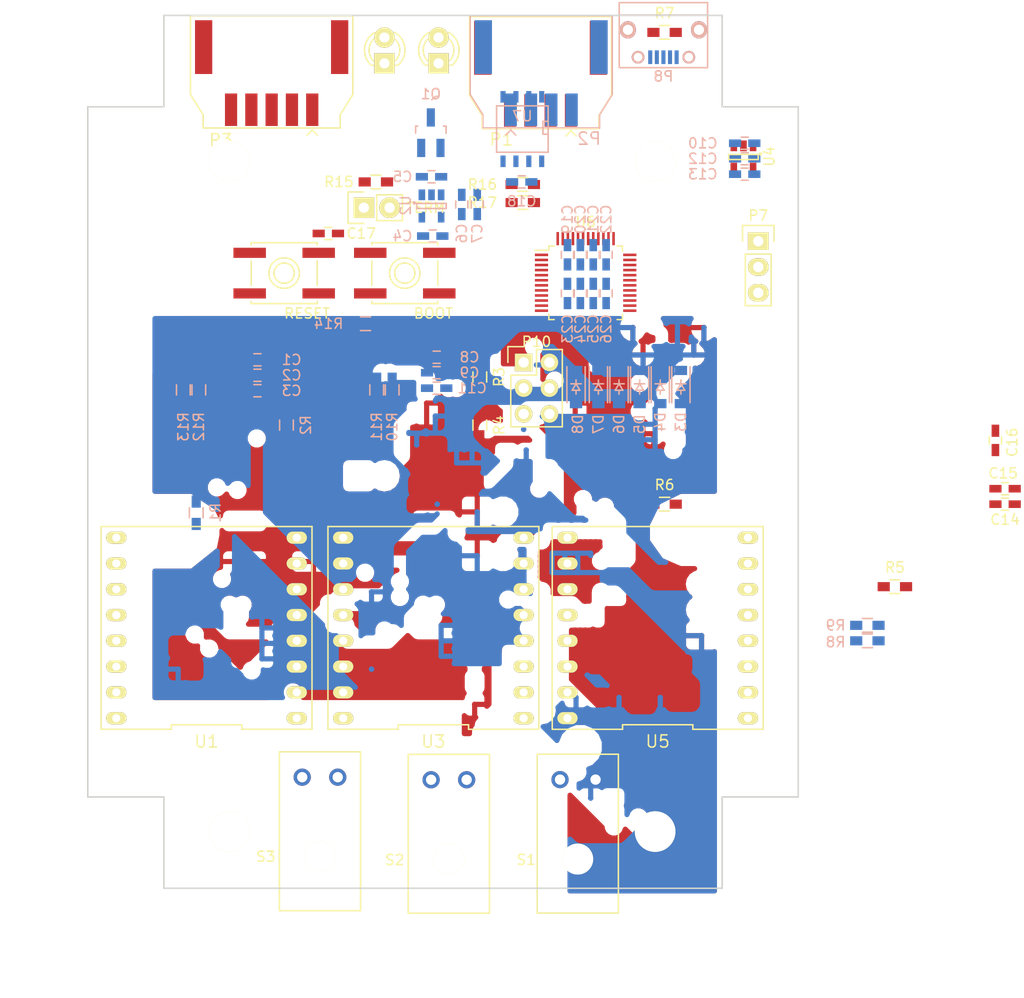
<source format=kicad_pcb>
(kicad_pcb (version 4) (host pcbnew 4.0.2+dfsg1-stable)
  (layers (0 F.Cu signal) (31 B.Cu signal) (34 B.Paste user) (35 F.Paste user) (36 B.SilkS user) (37 F.SilkS user) (38 B.Mask user) (39 F.Mask user) (44 Edge.Cuts user))
  (net 0 "")
  (net 1 GND)
  (net 2 "Net-(C1-Pad2)")
  (net 3 "Net-(C2-Pad2)")
  (net 4 +5V)
  (net 5 "Net-(C4-Pad1)")
  (net 6 "Net-(C5-Pad1)")
  (net 7 "Net-(C9-Pad2)")
  (net 8 +3V3)
  (net 9 "/Can Controller/NRST")
  (net 10 "Net-(D1-Pad2)")
  (net 11 "Net-(D2-Pad2)")
  (net 12 "/Can Controller/CANL")
  (net 13 "/Can Controller/CANH")
  (net 14 /Vin)
  (net 15 "/Can Controller/SWCLK")
  (net 16 "/Can Controller/SWDIO")
  (net 17 "/Can Controller/USB_DM")
  (net 18 "/Can Controller/USB_DP")
  (net 19 "Net-(P8-Pad4)")
  (net 20 "/Can Controller/OUT1")
  (net 21 "/Can Controller/OUT2")
  (net 22 "/Can Controller/ATEN2")
  (net 23 "/Can Controller/OUT3")
  (net 24 "/Can Controller/ATEN3")
  (net 25 "Net-(P9-Pad1)")
  (net 26 "/Can Controller/LED1")
  (net 27 "/Can Controller/LED2")
  (net 28 "Net-(P4-Pad2)")
  (net 29 "Net-(P5-Pad2)")
  (net 30 "Net-(P6-Pad2)")
  (net 31 "/Can Controller/CAN_RX")
  (net 32 "/Can Controller/CAN_TX")
  (net 33 "/Can Controller/V3")
  (net 34 "/Can Controller/V2")
  (net 35 "/Can Controller/V1")
  (net 36 "Net-(C8-Pad2)")
  (net 37 "Net-(C14-Pad2)")
  (net 38 "Net-(C15-Pad2)")
  (net 39 "Net-(R14-Pad1)")
  (net 40 "/Can Controller/V2a")
  (net 41 "/Can Controller/V3a")
  (net 42 "/Can Controller/V1a")
  (net 43 "Net-(P10-Pad1)")
  (net 44 "Net-(P10-Pad3)")
  (net 45 "Net-(P10-Pad5)")
  (net 46 "/Can Controller/ATEN1")
  (module Capacitors_SMD:C_0603_HandSoldering (layer B.Cu) (at 161.478 69.85 180)
    (fp_text reference C1 (at -3.368 0 180) (layer B.SilkS) (effects (justify mirror)))
    (fp_text value 1nf)
    (pad 1 smd rect (at -0.95 0 180) (size 1.2 0.75) (layers B.Cu B.Paste B.Mask) (net 1 GND))
    (pad 2 smd rect (at 0.95 0 180) (size 1.2 0.75) (layers B.Cu B.Paste B.Mask) (net 2 "Net-(C1-Pad2)"))
  )
  (module Capacitors_SMD:C_0603_HandSoldering (layer B.Cu) (at 161.478 71.374 180)
    (fp_text reference C2 (at -3.368 0 180) (layer B.SilkS) (effects (justify mirror)))
    (fp_text value 4.7nf)
    (pad 1 smd rect (at -0.95 0 180) (size 1.2 0.75) (layers B.Cu B.Paste B.Mask) (net 1 GND))
    (pad 2 smd rect (at 0.95 0 180) (size 1.2 0.75) (layers B.Cu B.Paste B.Mask) (net 3 "Net-(C2-Pad2)"))
  )
  (module Capacitors_SMD:C_0603_HandSoldering (layer B.Cu) (at 161.478 72.898)
    (fp_text reference C3 (at 3.368 0) (layer B.SilkS) (effects (justify mirror)))
    (fp_text value 0.1uf)
    (pad 1 smd rect (at -0.95 0) (size 1.2 0.75) (layers B.Cu B.Paste B.Mask) (net 4 +5V))
    (pad 2 smd rect (at 0.95 0) (size 1.2 0.75) (layers B.Cu B.Paste B.Mask) (net 1 GND))
  )
  (module Capacitors_SMD:C_0603_HandSoldering (layer B.Cu) (at 178.628 51.816 180)
    (fp_text reference C5 (at 2.86 0 180) (layer B.SilkS) (effects (justify mirror)))
    (fp_text value 0.1uf)
    (pad 1 smd rect (at -0.95 0 180) (size 1.2 0.75) (layers B.Cu B.Paste B.Mask) (net 6 "Net-(C5-Pad1)"))
    (pad 2 smd rect (at 0.95 0 180) (size 1.2 0.75) (layers B.Cu B.Paste B.Mask) (net 1 GND))
  )
  (module Capacitors_SMD:C_0603_HandSoldering (layer B.Cu) (at 181.61 54.544 90)
    (fp_text reference C6 (at -2.86 0 90) (layer B.SilkS) (effects (justify mirror)))
    (fp_text value 0.1uf)
    (pad 1 smd rect (at -0.95 0 90) (size 1.2 0.75) (layers B.Cu B.Paste B.Mask) (net 4 +5V))
    (pad 2 smd rect (at 0.95 0 90) (size 1.2 0.75) (layers B.Cu B.Paste B.Mask) (net 1 GND))
  )
  (module Capacitors_SMD:C_0603_HandSoldering (layer B.Cu) (at 183.134 54.544 90)
    (fp_text reference C7 (at -2.86 0 270) (layer B.SilkS) (effects (justify mirror)))
    (fp_text value 10uf)
    (pad 1 smd rect (at -0.95 0 90) (size 1.2 0.75) (layers B.Cu B.Paste B.Mask) (net 4 +5V))
    (pad 2 smd rect (at 0.95 0 90) (size 1.2 0.75) (layers B.Cu B.Paste B.Mask) (net 1 GND))
  )
  (module Capacitors_SMD:C_0603_HandSoldering (layer B.Cu) (at 179.136 69.596 180)
    (fp_text reference C8 (at -3.236 0 180) (layer B.SilkS) (effects (justify mirror)))
    (fp_text value 1nf)
    (pad 1 smd rect (at -0.95 0 180) (size 1.2 0.75) (layers B.Cu B.Paste B.Mask) (net 1 GND))
    (pad 2 smd rect (at 0.95 0 180) (size 1.2 0.75) (layers B.Cu B.Paste B.Mask) (net 36 "Net-(C8-Pad2)"))
  )
  (module Capacitors_SMD:C_0603_HandSoldering (layer B.Cu) (at 179.136 71.12 180)
    (fp_text reference C9 (at -3.236 0 180) (layer B.SilkS) (effects (justify mirror)))
    (fp_text value 4.7nf)
    (pad 1 smd rect (at -0.95 0 180) (size 1.2 0.75) (layers B.Cu B.Paste B.Mask) (net 1 GND))
    (pad 2 smd rect (at 0.95 0 180) (size 1.2 0.75) (layers B.Cu B.Paste B.Mask) (net 7 "Net-(C9-Pad2)"))
  )
  (module Capacitors_SMD:C_0603_HandSoldering (layer B.Cu) (at 209.484 48.514 180)
    (fp_text reference C10 (at 4.13 0 180) (layer B.SilkS) (effects (justify mirror)))
    (fp_text value 0.1uf)
    (pad 1 smd rect (at -0.95 0 180) (size 1.2 0.75) (layers B.Cu B.Paste B.Mask) (net 4 +5V))
    (pad 2 smd rect (at 0.95 0 180) (size 1.2 0.75) (layers B.Cu B.Paste B.Mask) (net 1 GND))
  )
  (module Capacitors_SMD:C_0603_HandSoldering (layer B.Cu) (at 179.136 72.644)
    (fp_text reference C11 (at 3.49 0) (layer B.SilkS) (effects (justify mirror)))
    (fp_text value 0.1uf)
    (pad 1 smd rect (at -0.95 0) (size 1.2 0.75) (layers B.Cu B.Paste B.Mask) (net 4 +5V))
    (pad 2 smd rect (at 0.95 0) (size 1.2 0.75) (layers B.Cu B.Paste B.Mask) (net 1 GND))
  )
  (module Capacitors_SMD:C_0603_HandSoldering (layer B.Cu) (at 209.484 50.038 180)
    (fp_text reference C12 (at 4.13 0 180) (layer B.SilkS) (effects (justify mirror)))
    (fp_text value 10uf)
    (pad 1 smd rect (at -0.95 0 180) (size 1.2 0.75) (layers B.Cu B.Paste B.Mask) (net 8 +3V3))
    (pad 2 smd rect (at 0.95 0 180) (size 1.2 0.75) (layers B.Cu B.Paste B.Mask) (net 1 GND))
  )
  (module Capacitors_SMD:C_0603_HandSoldering (layer F.Cu) (at 235.138 84.074 180)
    (fp_text reference C14 (at 0 -1.524 180) (layer F.SilkS))
    (fp_text value 1nf)
    (pad 1 smd rect (at -0.95 0 180) (size 1.2 0.75) (layers F.Cu F.Paste F.Mask) (net 1 GND))
    (pad 2 smd rect (at 0.95 0 180) (size 1.2 0.75) (layers F.Cu F.Paste F.Mask) (net 37 "Net-(C14-Pad2)"))
  )
  (module Capacitors_SMD:C_0603_HandSoldering (layer F.Cu) (at 235.138 82.55 180)
    (fp_text reference C15 (at 0.188 1.524 180) (layer F.SilkS))
    (fp_text value 4.7nf)
    (pad 1 smd rect (at -0.95 0 180) (size 1.2 0.75) (layers F.Cu F.Paste F.Mask) (net 1 GND))
    (pad 2 smd rect (at 0.95 0 180) (size 1.2 0.75) (layers F.Cu F.Paste F.Mask) (net 38 "Net-(C15-Pad2)"))
  )
  (module Capacitors_SMD:C_0603_HandSoldering (layer F.Cu) (at 234.188 77.79 90)
    (fp_text reference C16 (at -0.188 1.651 90) (layer F.SilkS))
    (fp_text value 0.1uf)
    (pad 1 smd rect (at -0.95 0 90) (size 1.2 0.75) (layers F.Cu F.Paste F.Mask) (net 4 +5V))
    (pad 2 smd rect (at 0.95 0 90) (size 1.2 0.75) (layers F.Cu F.Paste F.Mask) (net 1 GND))
  )
  (module Capacitors_SMD:C_0603_HandSoldering (layer F.Cu) (at 168.463 57.404)
    (fp_text reference C17 (at 3.241 0) (layer F.SilkS))
    (fp_text value 0.1uf)
    (pad 1 smd rect (at -0.95 0) (size 1.2 0.75) (layers F.Cu F.Paste F.Mask) (net 9 "/Can Controller/NRST"))
    (pad 2 smd rect (at 0.95 0) (size 1.2 0.75) (layers F.Cu F.Paste F.Mask) (net 1 GND))
  )
  (module Capacitors_SMD:C_0603_HandSoldering (layer B.Cu) (at 187.518 52.324)
    (fp_text reference C18 (at 0 1.9) (layer B.SilkS) (effects (justify mirror)))
    (fp_text value 0.1uf)
    (pad 1 smd rect (at -0.95 0) (size 1.2 0.75) (layers B.Cu B.Paste B.Mask) (net 4 +5V))
    (pad 2 smd rect (at 0.95 0) (size 1.2 0.75) (layers B.Cu B.Paste B.Mask) (net 1 GND))
  )
  (module Capacitors_SMD:C_0603_HandSoldering (layer B.Cu) (at 193.294 59.502 270)
    (fp_text reference C20 (at -3.49 0 270) (layer B.SilkS) (effects (justify mirror)))
    (fp_text value 0.1uf)
    (pad 1 smd rect (at -0.95 0 270) (size 1.2 0.75) (layers B.Cu B.Paste B.Mask) (net 8 +3V3))
    (pad 2 smd rect (at 0.95 0 270) (size 1.2 0.75) (layers B.Cu B.Paste B.Mask) (net 1 GND))
  )
  (module Capacitors_SMD:C_0603_HandSoldering (layer B.Cu) (at 194.564 59.502 270)
    (fp_text reference C21 (at -3.49 0 270) (layer B.SilkS) (effects (justify mirror)))
    (fp_text value 1uf)
    (pad 1 smd rect (at -0.95 0 270) (size 1.2 0.75) (layers B.Cu B.Paste B.Mask) (net 8 +3V3))
    (pad 2 smd rect (at 0.95 0 270) (size 1.2 0.75) (layers B.Cu B.Paste B.Mask) (net 1 GND))
  )
  (module Capacitors_SMD:C_0603_HandSoldering (layer B.Cu) (at 195.834 59.502 270)
    (fp_text reference C22 (at -3.49 0 270) (layer B.SilkS) (effects (justify mirror)))
    (fp_text value 0.1uf)
    (pad 1 smd rect (at -0.95 0 270) (size 1.2 0.75) (layers B.Cu B.Paste B.Mask) (net 8 +3V3))
    (pad 2 smd rect (at 0.95 0 270) (size 1.2 0.75) (layers B.Cu B.Paste B.Mask) (net 1 GND))
  )
  (module Capacitors_SMD:C_0603_HandSoldering (layer B.Cu) (at 192.024 63.312 90)
    (fp_text reference C23 (at -3.49 0 90) (layer B.SilkS) (effects (justify mirror)))
    (fp_text value 1uf)
    (pad 1 smd rect (at -0.95 0 90) (size 1.2 0.75) (layers B.Cu B.Paste B.Mask) (net 8 +3V3))
    (pad 2 smd rect (at 0.95 0 90) (size 1.2 0.75) (layers B.Cu B.Paste B.Mask) (net 1 GND))
  )
  (module Capacitors_SMD:C_0603_HandSoldering (layer B.Cu) (at 193.294 63.312 90)
    (fp_text reference C24 (at -3.49 0 90) (layer B.SilkS) (effects (justify mirror)))
    (fp_text value 0.1uf)
    (pad 1 smd rect (at -0.95 0 90) (size 1.2 0.75) (layers B.Cu B.Paste B.Mask) (net 8 +3V3))
    (pad 2 smd rect (at 0.95 0 90) (size 1.2 0.75) (layers B.Cu B.Paste B.Mask) (net 1 GND))
  )
  (module Capacitors_SMD:C_0603_HandSoldering (layer B.Cu) (at 194.564 63.312 90)
    (fp_text reference C25 (at -3.49 0 90) (layer B.SilkS) (effects (justify mirror)))
    (fp_text value 1uf)
    (pad 1 smd rect (at -0.95 0 90) (size 1.2 0.75) (layers B.Cu B.Paste B.Mask) (net 8 +3V3))
    (pad 2 smd rect (at 0.95 0 90) (size 1.2 0.75) (layers B.Cu B.Paste B.Mask) (net 1 GND))
  )
  (module Capacitors_SMD:C_0603_HandSoldering (layer B.Cu) (at 195.834 63.312 90)
    (fp_text reference C26 (at -3.49 0 90) (layer B.SilkS) (effects (justify mirror)))
    (fp_text value 0.1uf)
    (pad 1 smd rect (at -0.95 0 90) (size 1.2 0.75) (layers B.Cu B.Paste B.Mask) (net 8 +3V3))
    (pad 2 smd rect (at 0.95 0 90) (size 1.2 0.75) (layers B.Cu B.Paste B.Mask) (net 1 GND))
  )
  (module User_Connectors:Molex-duraClick-4conn (layer F.Cu) (at 189.371986 45.28566 180)
    (fp_text reference P1 (at 3.858006 -2.84734 180) (layer F.SilkS) (effects (font (size 1.2 1.2))))
    (fp_text value CAN_IN)
    (pad 1 smd rect (at -2.999994 0 180) (size 1.2065 3.2004) (layers F.Cu F.Paste F.Mask) (net 1 GND))
    (pad 2 smd rect (at -0.999998 0 180) (size 1.2065 3.2004) (layers F.Cu F.Paste F.Mask) (net 12 "/Can Controller/CANL"))
    (pad 3 smd rect (at 0.999998 0 180) (size 1.2065 3.2004) (layers F.Cu F.Paste F.Mask) (net 13 "/Can Controller/CANH"))
    (pad 4 smd rect (at 2.999994 0 180) (size 1.2065 3.2004) (layers F.Cu F.Paste F.Mask) (net 14 /Vin))
    (pad 0 smd rect (at -5.700014 6.16966 180) (size 1.700022 5.299964) (layers F.Cu F.Paste F.Mask))
    (pad 0 smd rect (at 5.700014 6.16966 180) (size 1.700022 5.299964) (layers F.Cu F.Paste F.Mask))
  )
  (module User_Connectors:Molex-duraClick-4conn (layer B.Cu) (at 189.435994 45.212)
    (fp_text reference P2 (at 4.713986 2.84734) (layer B.SilkS) (effects (font (size 1.2 1.2)) (justify mirror)))
    (fp_text value CAN_OUT)
    (pad 1 smd rect (at -2.999994 0) (size 1.2065 3.2004) (layers B.Cu B.Paste B.Mask) (net 1 GND))
    (pad 2 smd rect (at -0.999998 0) (size 1.2065 3.2004) (layers B.Cu B.Paste B.Mask) (net 12 "/Can Controller/CANL"))
    (pad 3 smd rect (at 0.999998 0) (size 1.2065 3.2004) (layers B.Cu B.Paste B.Mask) (net 13 "/Can Controller/CANH"))
    (pad 4 smd rect (at 2.999994 0) (size 1.2065 3.2004) (layers B.Cu B.Paste B.Mask) (net 14 /Vin))
    (pad 0 smd rect (at -5.700014 -6.16966) (size 1.700022 5.299964) (layers B.Cu B.Paste B.Mask))
    (pad 0 smd rect (at 5.700014 -6.16966) (size 1.700022 5.299964) (layers B.Cu B.Paste B.Mask))
  )
  (module Pin_Headers:Pin_Header_Straight_1x03 (layer F.Cu) (at 210.82 58.166)
    (fp_text reference P7 (at 0 -2.54) (layer F.SilkS))
    (fp_text value CONN_01X03)
    (pad 1 thru_hole rect (at 0 0) (size 2.032 1.7272) (drill 1.016) (layers *.Cu *.Mask F.SilkS) (net 1 GND))
    (pad 2 thru_hole oval (at 0 2.54) (size 2.032 1.7272) (drill 1.016) (layers *.Cu *.Mask F.SilkS) (net 15 "/Can Controller/SWCLK"))
    (pad 3 thru_hole oval (at 0 5.08) (size 2.032 1.7272) (drill 1.016) (layers *.Cu *.Mask F.SilkS) (net 16 "/Can Controller/SWDIO"))
  )
  (module Connect:USB_Micro-B (layer B.Cu) (at 201.4789 38.47546)
    (fp_text reference P8 (at 0 3.45) (layer B.SilkS) (effects (justify mirror)))
    (fp_text value USB)
    (pad 1 smd rect (at -1.3009 1.56254 270) (size 1.35 0.4) (layers B.Cu B.Paste B.Mask) (net 4 +5V))
    (pad 2 smd rect (at -0.6509 1.56254 270) (size 1.35 0.4) (layers B.Cu B.Paste B.Mask) (net 17 "/Can Controller/USB_DM"))
    (pad 3 smd rect (at -0.0009 1.56254 270) (size 1.35 0.4) (layers B.Cu B.Paste B.Mask) (net 18 "/Can Controller/USB_DP"))
    (pad 4 smd rect (at 0.6491 1.56254 270) (size 1.35 0.4) (layers B.Cu B.Paste B.Mask) (net 19 "Net-(P8-Pad4)"))
    (pad 5 smd rect (at 1.2991 1.56254 270) (size 1.35 0.4) (layers B.Cu B.Paste B.Mask) (net 1 GND))
    (pad 6 thru_hole oval (at -2.5009 1.56254 270) (size 1.25 1.25) (drill 0.85) (layers *.Cu *.Mask B.SilkS) (net 1 GND))
    (pad 6 thru_hole oval (at 2.4991 1.56254 270) (size 1.25 1.25) (drill 0.85) (layers *.Cu *.Mask B.SilkS) (net 1 GND))
    (pad 6 thru_hole oval (at -3.5009 -1.13746 270) (size 1.7 1.55) (drill 1) (layers *.Cu *.Mask B.SilkS) (net 1 GND))
    (pad 6 thru_hole oval (at 3.4991 -1.13746 270) (size 1.7 1.55) (drill 1) (layers *.Cu *.Mask B.SilkS) (net 1 GND))
  )
  (module Resistors_SMD:R_0603_HandSoldering (layer F.Cu) (at 183.388 71.544 270)
    (fp_text reference R3 (at 0 -1.9 270) (layer F.SilkS))
    (fp_text value 1k)
    (pad 1 smd rect (at -1.1 0 270) (size 1.2 0.9) (layers F.Cu F.Paste F.Mask) (net 21 "/Can Controller/OUT2"))
    (pad 2 smd rect (at 1.1 0 270) (size 1.2 0.9) (layers F.Cu F.Paste F.Mask) (net 22 "/Can Controller/ATEN2"))
  )
  (module Resistors_SMD:R_0603_HandSoldering (layer F.Cu) (at 201.592 84.074)
    (fp_text reference R6 (at 0 -1.9) (layer F.SilkS))
    (fp_text value 2k)
    (pad 1 smd rect (at -1.1 0) (size 1.2 0.9) (layers F.Cu F.Paste F.Mask) (net 46 "/Can Controller/ATEN1"))
    (pad 2 smd rect (at 1.1 0) (size 1.2 0.9) (layers F.Cu F.Paste F.Mask) (net 1 GND))
  )
  (module Resistors_SMD:R_0603_HandSoldering (layer B.Cu) (at 174.752 72.814 90)
    (fp_text reference R10 (at -3.64 0 90) (layer B.SilkS) (effects (justify mirror)))
    (fp_text value 4k7)
    (pad 1 smd rect (at -1.1 0 90) (size 1.2 0.9) (layers B.Cu B.Paste B.Mask) (net 34 "/Can Controller/V2"))
    (pad 2 smd rect (at 1.1 0 90) (size 1.2 0.9) (layers B.Cu B.Paste B.Mask) (net 44 "Net-(P10-Pad3)"))
  )
  (module Resistors_SMD:R_0603_HandSoldering (layer B.Cu) (at 173.228 72.814 270)
    (fp_text reference R11 (at 3.64 0 270) (layer B.SilkS) (effects (justify mirror)))
    (fp_text value 1k3)
    (pad 1 smd rect (at -1.1 0 270) (size 1.2 0.9) (layers B.Cu B.Paste B.Mask) (net 44 "Net-(P10-Pad3)"))
    (pad 2 smd rect (at 1.1 0 270) (size 1.2 0.9) (layers B.Cu B.Paste B.Mask) (net 1 GND))
  )
  (module Resistors_SMD:R_0603_HandSoldering (layer B.Cu) (at 155.702 72.814 90)
    (fp_text reference R12 (at -3.64 0 90) (layer B.SilkS) (effects (justify mirror)))
    (fp_text value 4k7)
    (pad 1 smd rect (at -1.1 0 90) (size 1.2 0.9) (layers B.Cu B.Paste B.Mask) (net 33 "/Can Controller/V3"))
    (pad 2 smd rect (at 1.1 0 90) (size 1.2 0.9) (layers B.Cu B.Paste B.Mask) (net 43 "Net-(P10-Pad1)"))
  )
  (module Resistors_SMD:R_0603_HandSoldering (layer B.Cu) (at 154.178 72.814 270)
    (fp_text reference R13 (at 3.64 0 270) (layer B.SilkS) (effects (justify mirror)))
    (fp_text value 1k3)
    (pad 1 smd rect (at -1.1 0 270) (size 1.2 0.9) (layers B.Cu B.Paste B.Mask) (net 43 "Net-(P10-Pad1)"))
    (pad 2 smd rect (at 1.1 0 270) (size 1.2 0.9) (layers B.Cu B.Paste B.Mask) (net 1 GND))
  )
  (module Resistors_SMD:R_0603_HandSoldering (layer B.Cu) (at 172.128 66.294)
    (fp_text reference R14 (at -3.64 0) (layer B.SilkS) (effects (justify mirror)))
    (fp_text value 100K)
    (pad 1 smd rect (at -1.1 0) (size 1.2 0.9) (layers B.Cu B.Paste B.Mask) (net 39 "Net-(R14-Pad1)"))
    (pad 2 smd rect (at 1.1 0) (size 1.2 0.9) (layers B.Cu B.Paste B.Mask) (net 1 GND))
  )
  (module Resistors_SMD:R_0603_HandSoldering (layer F.Cu) (at 173.144 52.324 180)
    (fp_text reference R15 (at 3.64 0 180) (layer F.SilkS))
    (fp_text value 120R)
    (pad 1 smd rect (at -1.1 0 180) (size 1.2 0.9) (layers F.Cu F.Paste F.Mask) (net 13 "/Can Controller/CANH"))
    (pad 2 smd rect (at 1.1 0 180) (size 1.2 0.9) (layers F.Cu F.Paste F.Mask) (net 25 "Net-(P9-Pad1)"))
  )
  (module Resistors_SMD:R_0603_HandSoldering (layer F.Cu) (at 187.622 52.578)
    (fp_text reference R16 (at -3.98 0) (layer F.SilkS))
    (fp_text value 120R)
    (pad 1 smd rect (at -1.1 0) (size 1.2 0.9) (layers F.Cu F.Paste F.Mask) (net 10 "Net-(D1-Pad2)"))
    (pad 2 smd rect (at 1.1 0) (size 1.2 0.9) (layers F.Cu F.Paste F.Mask) (net 26 "/Can Controller/LED1"))
  )
  (module Resistors_SMD:R_0603_HandSoldering (layer F.Cu) (at 187.622 54.356)
    (fp_text reference R17 (at -3.98 0) (layer F.SilkS))
    (fp_text value 120R)
    (pad 1 smd rect (at -1.1 0) (size 1.2 0.9) (layers F.Cu F.Paste F.Mask) (net 11 "Net-(D2-Pad2)"))
    (pad 2 smd rect (at 1.1 0) (size 1.2 0.9) (layers F.Cu F.Paste F.Mask) (net 27 "/Can Controller/LED2"))
  )
  (module TO_SOT_Packages_SMD:SOT-23-5 (layer B.Cu) (at 178.628 54.694 270)
    (fp_text reference U2 (at -0.05 2.55 270) (layer B.SilkS) (effects (justify mirror)))
    (fp_text value NJM2870F0)
    (pad 1 smd rect (at -1.1 0.95 270) (size 1.06 0.65) (layers B.Cu B.Paste B.Mask) (net 5 "Net-(C4-Pad1)"))
    (pad 2 smd rect (at -1.1 0 270) (size 1.06 0.65) (layers B.Cu B.Paste B.Mask) (net 1 GND))
    (pad 3 smd rect (at -1.1 -0.95 270) (size 1.06 0.65) (layers B.Cu B.Paste B.Mask) (net 6 "Net-(C5-Pad1)"))
    (pad 4 smd rect (at 1.1 -0.95 270) (size 1.06 0.65) (layers B.Cu B.Paste B.Mask) (net 4 +5V))
    (pad 5 smd rect (at 1.1 0.95 270) (size 1.06 0.65) (layers B.Cu B.Paste B.Mask) (net 5 "Net-(C4-Pad1)"))
  )
  (module Housings_QFP:TQFP-48_7x7mm_Pitch0.5mm (layer F.Cu) (at 193.814 62.262)
    (fp_text reference U6 (at 0 -6) (layer F.SilkS))
    (fp_text value STM32F042C6)
    (pad 1 smd rect (at -4.35 -2.75) (size 1.3 0.25) (layers F.Cu F.Paste F.Mask))
    (pad 2 smd rect (at -4.35 -2.25) (size 1.3 0.25) (layers F.Cu F.Paste F.Mask))
    (pad 3 smd rect (at -4.35 -1.75) (size 1.3 0.25) (layers F.Cu F.Paste F.Mask))
    (pad 4 smd rect (at -4.35 -1.25) (size 1.3 0.25) (layers F.Cu F.Paste F.Mask))
    (pad 5 smd rect (at -4.35 -0.75) (size 1.3 0.25) (layers F.Cu F.Paste F.Mask))
    (pad 6 smd rect (at -4.35 -0.25) (size 1.3 0.25) (layers F.Cu F.Paste F.Mask))
    (pad 7 smd rect (at -4.35 0.25) (size 1.3 0.25) (layers F.Cu F.Paste F.Mask) (net 9 "/Can Controller/NRST"))
    (pad 8 smd rect (at -4.35 0.75) (size 1.3 0.25) (layers F.Cu F.Paste F.Mask) (net 1 GND))
    (pad 9 smd rect (at -4.35 1.25) (size 1.3 0.25) (layers F.Cu F.Paste F.Mask) (net 8 +3V3))
    (pad 10 smd rect (at -4.35 1.75) (size 1.3 0.25) (layers F.Cu F.Paste F.Mask))
    (pad 11 smd rect (at -4.35 2.25) (size 1.3 0.25) (layers F.Cu F.Paste F.Mask))
    (pad 12 smd rect (at -4.35 2.75) (size 1.3 0.25) (layers F.Cu F.Paste F.Mask) (net 41 "/Can Controller/V3a"))
    (pad 13 smd rect (at -2.75 4.35 90) (size 1.3 0.25) (layers F.Cu F.Paste F.Mask) (net 24 "/Can Controller/ATEN3"))
    (pad 14 smd rect (at -2.25 4.35 90) (size 1.3 0.25) (layers F.Cu F.Paste F.Mask) (net 40 "/Can Controller/V2a"))
    (pad 15 smd rect (at -1.75 4.35 90) (size 1.3 0.25) (layers F.Cu F.Paste F.Mask) (net 22 "/Can Controller/ATEN2"))
    (pad 16 smd rect (at -1.25 4.35 90) (size 1.3 0.25) (layers F.Cu F.Paste F.Mask) (net 42 "/Can Controller/V1a"))
    (pad 17 smd rect (at -0.75 4.35 90) (size 1.3 0.25) (layers F.Cu F.Paste F.Mask) (net 46 "/Can Controller/ATEN1"))
    (pad 18 smd rect (at -0.25 4.35 90) (size 1.3 0.25) (layers F.Cu F.Paste F.Mask))
    (pad 19 smd rect (at 0.25 4.35 90) (size 1.3 0.25) (layers F.Cu F.Paste F.Mask))
    (pad 20 smd rect (at 0.75 4.35 90) (size 1.3 0.25) (layers F.Cu F.Paste F.Mask) (net 39 "Net-(R14-Pad1)"))
    (pad 21 smd rect (at 1.25 4.35 90) (size 1.3 0.25) (layers F.Cu F.Paste F.Mask))
    (pad 22 smd rect (at 1.75 4.35 90) (size 1.3 0.25) (layers F.Cu F.Paste F.Mask))
    (pad 23 smd rect (at 2.25 4.35 90) (size 1.3 0.25) (layers F.Cu F.Paste F.Mask) (net 1 GND))
    (pad 24 smd rect (at 2.75 4.35 90) (size 1.3 0.25) (layers F.Cu F.Paste F.Mask) (net 8 +3V3))
    (pad 25 smd rect (at 4.35 2.75) (size 1.3 0.25) (layers F.Cu F.Paste F.Mask))
    (pad 26 smd rect (at 4.35 2.25) (size 1.3 0.25) (layers F.Cu F.Paste F.Mask))
    (pad 27 smd rect (at 4.35 1.75) (size 1.3 0.25) (layers F.Cu F.Paste F.Mask))
    (pad 28 smd rect (at 4.35 1.25) (size 1.3 0.25) (layers F.Cu F.Paste F.Mask))
    (pad 29 smd rect (at 4.35 0.75) (size 1.3 0.25) (layers F.Cu F.Paste F.Mask))
    (pad 30 smd rect (at 4.35 0.25) (size 1.3 0.25) (layers F.Cu F.Paste F.Mask))
    (pad 31 smd rect (at 4.35 -0.25) (size 1.3 0.25) (layers F.Cu F.Paste F.Mask))
    (pad 32 smd rect (at 4.35 -0.75) (size 1.3 0.25) (layers F.Cu F.Paste F.Mask) (net 17 "/Can Controller/USB_DM"))
    (pad 33 smd rect (at 4.35 -1.25) (size 1.3 0.25) (layers F.Cu F.Paste F.Mask) (net 18 "/Can Controller/USB_DP"))
    (pad 34 smd rect (at 4.35 -1.75) (size 1.3 0.25) (layers F.Cu F.Paste F.Mask) (net 16 "/Can Controller/SWDIO"))
    (pad 35 smd rect (at 4.35 -2.25) (size 1.3 0.25) (layers F.Cu F.Paste F.Mask) (net 1 GND))
    (pad 36 smd rect (at 4.35 -2.75) (size 1.3 0.25) (layers F.Cu F.Paste F.Mask) (net 8 +3V3))
    (pad 37 smd rect (at 2.75 -4.35 90) (size 1.3 0.25) (layers F.Cu F.Paste F.Mask) (net 15 "/Can Controller/SWCLK"))
    (pad 38 smd rect (at 2.25 -4.35 90) (size 1.3 0.25) (layers F.Cu F.Paste F.Mask))
    (pad 39 smd rect (at 1.75 -4.35 90) (size 1.3 0.25) (layers F.Cu F.Paste F.Mask) (net 27 "/Can Controller/LED2"))
    (pad 40 smd rect (at 1.25 -4.35 90) (size 1.3 0.25) (layers F.Cu F.Paste F.Mask) (net 26 "/Can Controller/LED1"))
    (pad 41 smd rect (at 0.75 -4.35 90) (size 1.3 0.25) (layers F.Cu F.Paste F.Mask))
    (pad 42 smd rect (at 0.25 -4.35 90) (size 1.3 0.25) (layers F.Cu F.Paste F.Mask))
    (pad 43 smd rect (at -0.25 -4.35 90) (size 1.3 0.25) (layers F.Cu F.Paste F.Mask))
    (pad 44 smd rect (at -0.75 -4.35 90) (size 1.3 0.25) (layers F.Cu F.Paste F.Mask))
    (pad 45 smd rect (at -1.25 -4.35 90) (size 1.3 0.25) (layers F.Cu F.Paste F.Mask) (net 31 "/Can Controller/CAN_RX"))
    (pad 46 smd rect (at -1.75 -4.35 90) (size 1.3 0.25) (layers F.Cu F.Paste F.Mask) (net 32 "/Can Controller/CAN_TX"))
    (pad 47 smd rect (at -2.25 -4.35 90) (size 1.3 0.25) (layers F.Cu F.Paste F.Mask) (net 1 GND))
    (pad 48 smd rect (at -2.75 -4.35 90) (size 1.3 0.25) (layers F.Cu F.Paste F.Mask) (net 8 +3V3))
  )
  (module SMD_Packages:SOIC-8-N (layer B.Cu) (at 187.579 47.117 180)
    (fp_text reference U7 (at 0 1.27 180) (layer B.SilkS) (effects (justify mirror)))
    (fp_text value mcp2562)
    (pad 8 smd rect (at -1.905 3.175 180) (size 0.508 1.143) (layers B.Cu B.Paste B.Mask) (net 1 GND))
    (pad 7 smd rect (at -0.635 3.175 180) (size 0.508 1.143) (layers B.Cu B.Paste B.Mask) (net 13 "/Can Controller/CANH"))
    (pad 6 smd rect (at 0.635 3.175 180) (size 0.508 1.143) (layers B.Cu B.Paste B.Mask) (net 12 "/Can Controller/CANL"))
    (pad 5 smd rect (at 1.905 3.175 180) (size 0.508 1.143) (layers B.Cu B.Paste B.Mask) (net 8 +3V3))
    (pad 4 smd rect (at 1.905 -3.175 180) (size 0.508 1.143) (layers B.Cu B.Paste B.Mask) (net 31 "/Can Controller/CAN_RX"))
    (pad 3 smd rect (at 0.635 -3.175 180) (size 0.508 1.143) (layers B.Cu B.Paste B.Mask) (net 4 +5V))
    (pad 2 smd rect (at -0.635 -3.175 180) (size 0.508 1.143) (layers B.Cu B.Paste B.Mask) (net 1 GND))
    (pad 1 smd rect (at -1.905 -3.175 180) (size 0.508 1.143) (layers B.Cu B.Paste B.Mask) (net 32 "/Can Controller/CAN_TX"))
  )
  (module Supermileage:Molex-UltraFit-2p (layer F.Cu) (at 167.64 118.872)
    (fp_text reference S3 (at -5.344 -0.07) (layer F.SilkS))
    (fp_text value Ultra-Fit)
    (pad 1 thru_hole circle (at -1.75 -7.9) (size 1.7 1.7) (drill 1.02) (layers *.Cu *.Mask) (net 33 "/Can Controller/V3"))
    (pad 2 thru_hole circle (at 1.75 -7.9) (size 1.7 1.7) (drill 1.02) (layers *.Cu *.Mask) (net 28 "Net-(P4-Pad2)"))
    (pad "" np_thru_hole circle (at -0.01 -0.07) (size 3.05 3.05) (drill 3.05) (layers *.Cu *.Mask F.SilkS))
  )
  (module Supermileage:Molex-UltraFit-2p (layer F.Cu) (at 180.34 119.126)
    (fp_text reference S2 (at -5.344 0) (layer F.SilkS))
    (fp_text value Ultra-Fit)
    (pad 1 thru_hole circle (at -1.75 -7.9) (size 1.7 1.7) (drill 1.02) (layers *.Cu *.Mask) (net 34 "/Can Controller/V2"))
    (pad 2 thru_hole circle (at 1.75 -7.9) (size 1.7 1.7) (drill 1.02) (layers *.Cu *.Mask) (net 29 "Net-(P5-Pad2)"))
    (pad "" np_thru_hole circle (at -0.01 -0.07) (size 3.05 3.05) (drill 3.05) (layers *.Cu *.Mask F.SilkS))
  )
  (module Supermileage:Molex-UltraFit-2p (layer F.Cu) (at 193.04 119.11)
    (fp_text reference S1 (at -5.08 0) (layer F.SilkS))
    (fp_text value Ultra-Fit)
    (pad 1 thru_hole circle (at -1.75 -7.9) (size 1.7 1.7) (drill 1.02) (layers *.Cu *.Mask) (net 35 "/Can Controller/V1"))
    (pad 2 thru_hole circle (at 1.75 -7.9) (size 1.7 1.7) (drill 1.02) (layers *.Cu *.Mask) (net 30 "Net-(P6-Pad2)"))
    (pad "" np_thru_hole circle (at -0.01 -0.07) (size 3.05 3.05) (drill 3.05) (layers *.Cu *.Mask F.SilkS))
  )
  (module Pin_Headers:Pin_Header_Straight_1x02 (layer F.Cu) (at 171.958 54.864 90)
    (fp_text reference TERM (at 0 6.096 180) (layer F.SilkS))
    (fp_text value CONN_01X02)
    (pad 1 thru_hole rect (at 0 0 90) (size 2.032 2.032) (drill 1.016) (layers *.Cu *.Mask F.SilkS) (net 25 "Net-(P9-Pad1)"))
    (pad 2 thru_hole oval (at 0 2.54 90) (size 2.032 2.032) (drill 1.016) (layers *.Cu *.Mask F.SilkS) (net 12 "/Can Controller/CANL"))
  )
  (module TO_SOT_Packages_SMD:SOT-23-5 (layer F.Cu) (at 209.362 49.868 270)
    (fp_text reference U4 (at -0.05 -2.55 270) (layer F.SilkS))
    (fp_text value MIC5317)
    (pad 1 smd rect (at -1.1 -0.95 270) (size 1.06 0.65) (layers F.Cu F.Paste F.Mask) (net 4 +5V))
    (pad 2 smd rect (at -1.1 0 270) (size 1.06 0.65) (layers F.Cu F.Paste F.Mask) (net 1 GND))
    (pad 3 smd rect (at -1.1 0.95 270) (size 1.06 0.65) (layers F.Cu F.Paste F.Mask) (net 4 +5V))
    (pad 4 smd rect (at 1.1 0.95 270) (size 1.06 0.65) (layers F.Cu F.Paste F.Mask) (net 1 GND))
    (pad 5 smd rect (at 1.1 -0.95 270) (size 1.06 0.65) (layers F.Cu F.Paste F.Mask) (net 8 +3V3))
  )
  (module TO_SOT_Packages_SMD:SOT-23_Handsoldering (layer B.Cu) (at 178.562 47.47514 180)
    (fp_text reference Q1 (at 0 3.81 180) (layer B.SilkS) (effects (justify mirror)))
    (fp_text value Reverse)
    (pad 1 smd rect (at -0.95 -1.50114 180) (size 0.8001 1.80086) (layers B.Cu B.Paste B.Mask) (net 1 GND))
    (pad 2 smd rect (at 0.95 -1.50114 180) (size 0.8001 1.80086) (layers B.Cu B.Paste B.Mask) (net 5 "Net-(C4-Pad1)"))
    (pad 3 smd rect (at 0 1.50114 180) (size 0.8001 1.80086) (layers B.Cu B.Paste B.Mask) (net 14 /Vin))
  )
  (module Buttons_Switches_SMD:SW_SPST_EVQP0 (layer F.Cu) (at 164.113 61.309)
    (fp_text reference RESET (at 2.257 3.969) (layer F.SilkS))
    (fp_text value RESET)
    (pad 1 smd rect (at 3.4 -2) (size 3.2 1) (layers F.Cu F.Paste F.Mask) (net 9 "/Can Controller/NRST"))
    (pad 1 smd rect (at -3.4 -2) (size 3.2 1) (layers F.Cu F.Paste F.Mask) (net 9 "/Can Controller/NRST"))
    (pad 2 smd rect (at -3.4 2) (size 3.2 1) (layers F.Cu F.Paste F.Mask) (net 1 GND))
    (pad 2 smd rect (at 3.4 2) (size 3.2 1) (layers F.Cu F.Paste F.Mask) (net 1 GND))
  )
  (module Buttons_Switches_SMD:SW_SPST_EVQP0 (layer F.Cu) (at 175.993 61.309)
    (fp_text reference BOOT (at 2.823 3.969) (layer F.SilkS))
    (fp_text value BOOT)
    (pad 1 smd rect (at 3.4 -2) (size 3.2 1) (layers F.Cu F.Paste F.Mask) (net 8 +3V3))
    (pad 1 smd rect (at -3.4 -2) (size 3.2 1) (layers F.Cu F.Paste F.Mask) (net 8 +3V3))
    (pad 2 smd rect (at -3.4 2) (size 3.2 1) (layers F.Cu F.Paste F.Mask) (net 39 "Net-(R14-Pad1)"))
    (pad 2 smd rect (at 3.4 2) (size 3.2 1) (layers F.Cu F.Paste F.Mask) (net 39 "Net-(R14-Pad1)"))
  )
  (module Resistors_SMD:R_0603_HandSoldering (layer B.Cu) (at 155.448 84.92 90)
    (fp_text reference R1 (at 0 1.9 90) (layer B.SilkS) (effects (justify mirror)))
    (fp_text value 1k)
    (pad 1 smd rect (at -1.1 0 90) (size 1.2 0.9) (layers B.Cu B.Paste B.Mask) (net 23 "/Can Controller/OUT3"))
    (pad 2 smd rect (at 1.1 0 90) (size 1.2 0.9) (layers B.Cu B.Paste B.Mask) (net 24 "/Can Controller/ATEN3"))
  )
  (module Resistors_SMD:R_0603_HandSoldering (layer B.Cu) (at 164.338 76.284 90)
    (fp_text reference R2 (at 0 1.9 90) (layer B.SilkS) (effects (justify mirror)))
    (fp_text value 2k)
    (pad 1 smd rect (at -1.1 0 90) (size 1.2 0.9) (layers B.Cu B.Paste B.Mask) (net 24 "/Can Controller/ATEN3"))
    (pad 2 smd rect (at 1.1 0 90) (size 1.2 0.9) (layers B.Cu B.Paste B.Mask) (net 1 GND))
  )
  (module Resistors_SMD:R_0603_HandSoldering (layer F.Cu) (at 183.388 76.284 270)
    (fp_text reference R4 (at 0 -1.9 270) (layer F.SilkS))
    (fp_text value 2k)
    (pad 1 smd rect (at -1.1 0 270) (size 1.2 0.9) (layers F.Cu F.Paste F.Mask) (net 22 "/Can Controller/ATEN2"))
    (pad 2 smd rect (at 1.1 0 270) (size 1.2 0.9) (layers F.Cu F.Paste F.Mask) (net 1 GND))
  )
  (module Resistors_SMD:R_0603_HandSoldering (layer F.Cu) (at 224.282 92.202)
    (fp_text reference R5 (at 0 -1.9) (layer F.SilkS))
    (fp_text value 1k)
    (pad 1 smd rect (at -1.1 0) (size 1.2 0.9) (layers F.Cu F.Paste F.Mask) (net 20 "/Can Controller/OUT1"))
    (pad 2 smd rect (at 1.1 0) (size 1.2 0.9) (layers F.Cu F.Paste F.Mask) (net 46 "/Can Controller/ATEN1"))
  )
  (module Capacitors_SMD:C_0603_HandSoldering (layer B.Cu) (at 178.75 57.658)
    (fp_text reference C4 (at -2.982 0) (layer B.SilkS) (effects (justify mirror)))
    (fp_text value 0.1uf)
    (pad 1 smd rect (at -0.95 0) (size 1.2 0.75) (layers B.Cu B.Paste B.Mask) (net 5 "Net-(C4-Pad1)"))
    (pad 2 smd rect (at 0.95 0) (size 1.2 0.75) (layers B.Cu B.Paste B.Mask) (net 1 GND))
  )
  (module Capacitors_SMD:C_0603_HandSoldering (layer B.Cu) (at 209.484 51.562 180)
    (fp_text reference C13 (at 4.13 0 180) (layer B.SilkS) (effects (justify mirror)))
    (fp_text value 0.1uf)
    (pad 1 smd rect (at -0.95 0 180) (size 1.2 0.75) (layers B.Cu B.Paste B.Mask) (net 8 +3V3))
    (pad 2 smd rect (at 0.95 0 180) (size 1.2 0.75) (layers B.Cu B.Paste B.Mask) (net 1 GND))
  )
  (module Capacitors_SMD:C_0603_HandSoldering (layer B.Cu) (at 192.024 59.502 270)
    (fp_text reference C19 (at -3.49 0 270) (layer B.SilkS) (effects (justify mirror)))
    (fp_text value 1uf)
    (pad 1 smd rect (at -0.95 0 270) (size 1.2 0.75) (layers B.Cu B.Paste B.Mask) (net 8 +3V3))
    (pad 2 smd rect (at 0.95 0 270) (size 1.2 0.75) (layers B.Cu B.Paste B.Mask) (net 1 GND))
  )
  (module Resistors_SMD:R_0603_HandSoldering (layer F.Cu) (at 201.592 37.592)
    (fp_text reference R7 (at 0 -1.9) (layer F.SilkS))
    (fp_text value 100K)
    (pad 1 smd rect (at -1.1 0) (size 1.2 0.9) (layers F.Cu F.Paste F.Mask) (net 19 "Net-(P8-Pad4)"))
    (pad 2 smd rect (at 1.1 0) (size 1.2 0.9) (layers F.Cu F.Paste F.Mask) (net 1 GND))
  )
  (module Resistors_SMD:R_0603_HandSoldering (layer B.Cu) (at 221.572 97.536)
    (fp_text reference R8 (at -3.132 0.127) (layer B.SilkS) (effects (justify mirror)))
    (fp_text value 4k7)
    (pad 1 smd rect (at -1.1 0) (size 1.2 0.9) (layers B.Cu B.Paste B.Mask) (net 35 "/Can Controller/V1"))
    (pad 2 smd rect (at 1.1 0) (size 1.2 0.9) (layers B.Cu B.Paste B.Mask) (net 45 "Net-(P10-Pad5)"))
  )
  (module Resistors_SMD:R_0603_HandSoldering (layer B.Cu) (at 221.572 96.012 180)
    (fp_text reference R9 (at 3.132 0 180) (layer B.SilkS) (effects (justify mirror)))
    (fp_text value 1k3)
    (pad 1 smd rect (at -1.1 0 180) (size 1.2 0.9) (layers B.Cu B.Paste B.Mask) (net 45 "Net-(P10-Pad5)"))
    (pad 2 smd rect (at 1.1 0 180) (size 1.2 0.9) (layers B.Cu B.Paste B.Mask) (net 1 GND))
  )
  (module Diodes_SMD:SOD-123 (layer B.Cu) (at 203.2 72.533 270)
    (fp_text reference D3 (at 3.445 0 270) (layer B.SilkS) (effects (justify mirror)))
    (fp_text value D_Schottky_Small hide)
    (pad 1 smd rect (at -1.635 0 270) (size 0.91 1.22) (layers B.Cu B.Paste B.Mask) (net 8 +3V3))
    (pad 2 smd rect (at 1.635 0 270) (size 0.91 1.22) (layers B.Cu B.Paste B.Mask) (net 41 "/Can Controller/V3a"))
  )
  (module Diodes_SMD:SOD-123 (layer B.Cu) (at 201.168 72.533 270)
    (fp_text reference D4 (at 3.445 0 270) (layer B.SilkS) (effects (justify mirror)))
    (fp_text value D_Schottky_Small hide)
    (pad 1 smd rect (at -1.635 0 270) (size 0.91 1.22) (layers B.Cu B.Paste B.Mask) (net 41 "/Can Controller/V3a"))
    (pad 2 smd rect (at 1.635 0 270) (size 0.91 1.22) (layers B.Cu B.Paste B.Mask) (net 1 GND))
  )
  (module Diodes_SMD:SOD-123 (layer B.Cu) (at 199.136 72.533 270)
    (fp_text reference D5 (at 3.667 0 270) (layer B.SilkS) (effects (justify mirror)))
    (fp_text value D_Schottky_Small hide)
    (pad 1 smd rect (at -1.635 0 270) (size 0.91 1.22) (layers B.Cu B.Paste B.Mask) (net 8 +3V3))
    (pad 2 smd rect (at 1.635 0 270) (size 0.91 1.22) (layers B.Cu B.Paste B.Mask) (net 40 "/Can Controller/V2a"))
  )
  (module Diodes_SMD:SOD-123 (layer B.Cu) (at 197.104 72.533 270)
    (fp_text reference D6 (at 3.667 0 270) (layer B.SilkS) (effects (justify mirror)))
    (fp_text value D_Schottky_Small hide)
    (pad 1 smd rect (at -1.635 0 270) (size 0.91 1.22) (layers B.Cu B.Paste B.Mask) (net 40 "/Can Controller/V2a"))
    (pad 2 smd rect (at 1.635 0 270) (size 0.91 1.22) (layers B.Cu B.Paste B.Mask) (net 1 GND))
  )
  (module Diodes_SMD:SOD-123 (layer B.Cu) (at 195.072 72.533 270)
    (fp_text reference D7 (at 3.667 0 270) (layer B.SilkS) (effects (justify mirror)))
    (fp_text value D_Schottky_Small hide)
    (pad 1 smd rect (at -1.635 0 270) (size 0.91 1.22) (layers B.Cu B.Paste B.Mask) (net 8 +3V3))
    (pad 2 smd rect (at 1.635 0 270) (size 0.91 1.22) (layers B.Cu B.Paste B.Mask) (net 42 "/Can Controller/V1a"))
  )
  (module Diodes_SMD:SOD-123 (layer B.Cu) (at 192.867488 72.533 270)
    (fp_text reference D8 (at 3.667 -0.172512 270) (layer B.SilkS) (effects (justify mirror)))
    (fp_text value D_Schottky_Small hide)
    (pad 1 smd rect (at -1.635 0 270) (size 0.91 1.22) (layers B.Cu B.Paste B.Mask) (net 42 "/Can Controller/V1a"))
    (pad 2 smd rect (at 1.635 0 270) (size 0.91 1.22) (layers B.Cu B.Paste B.Mask) (net 1 GND))
  )
  (module Pin_Headers:Pin_Header_Straight_2x03 (layer F.Cu) (at 187.706 70.104)
    (fp_text reference P10 (at 1.27 -2.032) (layer F.SilkS))
    (fp_text value CONN_02X03)
    (pad 1 thru_hole rect (at 0 0) (size 1.7272 1.7272) (drill 1.016) (layers *.Cu *.Mask F.SilkS) (net 43 "Net-(P10-Pad1)"))
    (pad 2 thru_hole oval (at 2.54 0) (size 1.7272 1.7272) (drill 1.016) (layers *.Cu *.Mask F.SilkS) (net 41 "/Can Controller/V3a"))
    (pad 3 thru_hole oval (at 0 2.54) (size 1.7272 1.7272) (drill 1.016) (layers *.Cu *.Mask F.SilkS) (net 44 "Net-(P10-Pad3)"))
    (pad 4 thru_hole oval (at 2.54 2.54) (size 1.7272 1.7272) (drill 1.016) (layers *.Cu *.Mask F.SilkS) (net 40 "/Can Controller/V2a"))
    (pad 5 thru_hole oval (at 0 5.08) (size 1.7272 1.7272) (drill 1.016) (layers *.Cu *.Mask F.SilkS) (net 45 "Net-(P10-Pad5)"))
    (pad 6 thru_hole oval (at 2.54 5.08) (size 1.7272 1.7272) (drill 1.016) (layers *.Cu *.Mask F.SilkS) (net 42 "/Can Controller/V1a"))
  )
  (module User_Connectors:Molex-duraClick-5conn (layer F.Cu) (at 162.878006 45.212 180)
    (fp_text reference P3 (at 5 -3 180) (layer F.SilkS) (effects (font (size 1.2 1.2))))
    (fp_text value DuraClik-5)
    (pad 1 smd rect (at -3.999994 0 180) (size 1.2065 3.2004) (layers F.Cu F.Paste F.Mask) (net 1 GND))
    (pad 2 smd rect (at -1.999998 0 180) (size 1.2065 3.2004) (layers F.Cu F.Paste F.Mask) (net 20 "/Can Controller/OUT1"))
    (pad 3 smd rect (at -0.000002 0 180) (size 1.2065 3.2004) (layers F.Cu F.Paste F.Mask) (net 21 "/Can Controller/OUT2"))
    (pad 4 smd rect (at 1.999994 0 180) (size 1.2065 3.2004) (layers F.Cu F.Paste F.Mask) (net 23 "/Can Controller/OUT3"))
    (pad 0 smd rect (at -6.700014 6.16966 180) (size 1.700022 5.299964) (layers F.Cu F.Paste F.Mask))
    (pad 0 smd rect (at 6.700014 6.16966 180) (size 1.700022 5.299964) (layers F.Cu F.Paste F.Mask))
    (pad 5 smd rect (at 4 0 180) (size 1.2 3.2) (layers F.Cu F.Paste F.Mask) (net 14 /Vin))
  )
  (module LEDs:LED-3MM (layer F.Cu) (at 173.99 40.64 90)
    (fp_text reference D1 hide)
    (fp_text value LED1)
    (pad 1 thru_hole rect (at 0 0 180) (size 2 2) (drill 1.00076) (layers *.Cu *.Mask F.SilkS) (net 1 GND))
    (pad 2 thru_hole circle (at 2.54 0 90) (size 2 2) (drill 1.00076) (layers *.Cu *.Mask F.SilkS) (net 10 "Net-(D1-Pad2)"))
  )
  (module LEDs:LED-3MM (layer F.Cu) (at 179.324 40.64 90)
    (fp_text reference D2 hide)
    (fp_text value LED2)
    (pad 1 thru_hole rect (at 0 0 180) (size 2 2) (drill 1.00076) (layers *.Cu *.Mask F.SilkS) (net 1 GND))
    (pad 2 thru_hole circle (at 2.54 0 90) (size 2 2) (drill 1.00076) (layers *.Cu *.Mask F.SilkS) (net 11 "Net-(D2-Pad2)"))
  )
  (module Supermileage:DIP-16-SchmartBoard (layer F.Cu) (at 156.464 96.266 90)
    (fp_text reference U1 (at -11.19 0 180) (layer F.SilkS) (effects (font (size 1.2 1.2))))
    (fp_text value ACS710)
    (pad 16 thru_hole oval (at -8.89 -8.89 90) (size 1.2 2) (drill 0.8) (layers *.Cu *.Mask F.SilkS) (net 1 GND))
    (pad 1 thru_hole oval (at -8.89 8.89 90) (size 1.2 2) (drill 0.8) (layers *.Cu *.Mask F.SilkS) (net 33 "/Can Controller/V3"))
    (pad 15 thru_hole oval (at -6.35 -8.89 90) (size 1.2 2) (drill 0.8) (layers *.Cu *.Mask F.SilkS))
    (pad 2 thru_hole oval (at -6.35 8.89 90) (size 1.2 2) (drill 0.8) (layers *.Cu *.Mask F.SilkS) (net 33 "/Can Controller/V3"))
    (pad 14 thru_hole oval (at -3.81 -8.89 90) (size 1.2 2) (drill 0.8) (layers *.Cu *.Mask F.SilkS) (net 4 +5V))
    (pad 3 thru_hole oval (at -3.81 8.89 90) (size 1.2 2) (drill 0.8) (layers *.Cu *.Mask F.SilkS) (net 33 "/Can Controller/V3"))
    (pad 13 thru_hole oval (at -1.27 -8.89 90) (size 1.2 2) (drill 0.8) (layers *.Cu *.Mask F.SilkS))
    (pad 4 thru_hole oval (at -1.27 8.89 90) (size 1.2 2) (drill 0.8) (layers *.Cu *.Mask F.SilkS) (net 33 "/Can Controller/V3"))
    (pad 12 thru_hole oval (at 1.27 -8.89 90) (size 1.2 2) (drill 0.8) (layers *.Cu *.Mask F.SilkS) (net 23 "/Can Controller/OUT3"))
    (pad 5 thru_hole oval (at 1.27 8.89 90) (size 1.2 2) (drill 0.8) (layers *.Cu *.Mask F.SilkS) (net 28 "Net-(P4-Pad2)"))
    (pad 11 thru_hole oval (at 3.81 -8.89 90) (size 1.2 2) (drill 0.8) (layers *.Cu *.Mask F.SilkS) (net 3 "Net-(C2-Pad2)"))
    (pad 6 thru_hole oval (at 3.81 8.89 90) (size 1.2 2) (drill 0.8) (layers *.Cu *.Mask F.SilkS) (net 28 "Net-(P4-Pad2)"))
    (pad 10 thru_hole oval (at 6.35 -8.89 90) (size 1.2 2) (drill 0.8) (layers *.Cu *.Mask F.SilkS) (net 2 "Net-(C1-Pad2)"))
    (pad 7 thru_hole oval (at 6.35 8.89 90) (size 1.2 2) (drill 0.8) (layers *.Cu *.Mask F.SilkS) (net 28 "Net-(P4-Pad2)"))
    (pad 9 thru_hole oval (at 8.89 -8.89 90) (size 1.2 2) (drill 0.8) (layers *.Cu *.Mask F.SilkS) (net 1 GND))
    (pad 8 thru_hole oval (at 8.89 8.89 90) (size 1.2 2) (drill 0.8) (layers *.Cu *.Mask F.SilkS) (net 28 "Net-(P4-Pad2)"))
  )
  (module Supermileage:DIP-16-SchmartBoard (layer F.Cu) (at 178.816 96.266 90)
    (fp_text reference U3 (at -11.19 0 180) (layer F.SilkS) (effects (font (size 1.2 1.2))))
    (fp_text value ACS710)
    (pad 16 thru_hole oval (at -8.89 -8.89 90) (size 1.2 2) (drill 0.8) (layers *.Cu *.Mask F.SilkS) (net 1 GND))
    (pad 1 thru_hole oval (at -8.89 8.89 90) (size 1.2 2) (drill 0.8) (layers *.Cu *.Mask F.SilkS) (net 34 "/Can Controller/V2"))
    (pad 15 thru_hole oval (at -6.35 -8.89 90) (size 1.2 2) (drill 0.8) (layers *.Cu *.Mask F.SilkS))
    (pad 2 thru_hole oval (at -6.35 8.89 90) (size 1.2 2) (drill 0.8) (layers *.Cu *.Mask F.SilkS) (net 34 "/Can Controller/V2"))
    (pad 14 thru_hole oval (at -3.81 -8.89 90) (size 1.2 2) (drill 0.8) (layers *.Cu *.Mask F.SilkS) (net 4 +5V))
    (pad 3 thru_hole oval (at -3.81 8.89 90) (size 1.2 2) (drill 0.8) (layers *.Cu *.Mask F.SilkS) (net 34 "/Can Controller/V2"))
    (pad 13 thru_hole oval (at -1.27 -8.89 90) (size 1.2 2) (drill 0.8) (layers *.Cu *.Mask F.SilkS))
    (pad 4 thru_hole oval (at -1.27 8.89 90) (size 1.2 2) (drill 0.8) (layers *.Cu *.Mask F.SilkS) (net 34 "/Can Controller/V2"))
    (pad 12 thru_hole oval (at 1.27 -8.89 90) (size 1.2 2) (drill 0.8) (layers *.Cu *.Mask F.SilkS) (net 21 "/Can Controller/OUT2"))
    (pad 5 thru_hole oval (at 1.27 8.89 90) (size 1.2 2) (drill 0.8) (layers *.Cu *.Mask F.SilkS) (net 29 "Net-(P5-Pad2)"))
    (pad 11 thru_hole oval (at 3.81 -8.89 90) (size 1.2 2) (drill 0.8) (layers *.Cu *.Mask F.SilkS) (net 7 "Net-(C9-Pad2)"))
    (pad 6 thru_hole oval (at 3.81 8.89 90) (size 1.2 2) (drill 0.8) (layers *.Cu *.Mask F.SilkS) (net 29 "Net-(P5-Pad2)"))
    (pad 10 thru_hole oval (at 6.35 -8.89 90) (size 1.2 2) (drill 0.8) (layers *.Cu *.Mask F.SilkS) (net 36 "Net-(C8-Pad2)"))
    (pad 7 thru_hole oval (at 6.35 8.89 90) (size 1.2 2) (drill 0.8) (layers *.Cu *.Mask F.SilkS) (net 29 "Net-(P5-Pad2)"))
    (pad 9 thru_hole oval (at 8.89 -8.89 90) (size 1.2 2) (drill 0.8) (layers *.Cu *.Mask F.SilkS) (net 1 GND))
    (pad 8 thru_hole oval (at 8.89 8.89 90) (size 1.2 2) (drill 0.8) (layers *.Cu *.Mask F.SilkS) (net 29 "Net-(P5-Pad2)"))
  )
  (module Supermileage:DIP-16-SchmartBoard (layer F.Cu) (at 200.914 96.266 90)
    (fp_text reference U5 (at -11.19 0 180) (layer F.SilkS) (effects (font (size 1.2 1.2))))
    (fp_text value ACS710)
    (pad 16 thru_hole oval (at -8.89 -8.89 90) (size 1.2 2) (drill 0.8) (layers *.Cu *.Mask F.SilkS) (net 1 GND))
    (pad 1 thru_hole oval (at -8.89 8.89 90) (size 1.2 2) (drill 0.8) (layers *.Cu *.Mask F.SilkS) (net 35 "/Can Controller/V1"))
    (pad 15 thru_hole oval (at -6.35 -8.89 90) (size 1.2 2) (drill 0.8) (layers *.Cu *.Mask F.SilkS))
    (pad 2 thru_hole oval (at -6.35 8.89 90) (size 1.2 2) (drill 0.8) (layers *.Cu *.Mask F.SilkS) (net 35 "/Can Controller/V1"))
    (pad 14 thru_hole oval (at -3.81 -8.89 90) (size 1.2 2) (drill 0.8) (layers *.Cu *.Mask F.SilkS) (net 4 +5V))
    (pad 3 thru_hole oval (at -3.81 8.89 90) (size 1.2 2) (drill 0.8) (layers *.Cu *.Mask F.SilkS) (net 35 "/Can Controller/V1"))
    (pad 13 thru_hole oval (at -1.27 -8.89 90) (size 1.2 2) (drill 0.8) (layers *.Cu *.Mask F.SilkS))
    (pad 4 thru_hole oval (at -1.27 8.89 90) (size 1.2 2) (drill 0.8) (layers *.Cu *.Mask F.SilkS) (net 35 "/Can Controller/V1"))
    (pad 12 thru_hole oval (at 1.27 -8.89 90) (size 1.2 2) (drill 0.8) (layers *.Cu *.Mask F.SilkS) (net 20 "/Can Controller/OUT1"))
    (pad 5 thru_hole oval (at 1.27 8.89 90) (size 1.2 2) (drill 0.8) (layers *.Cu *.Mask F.SilkS) (net 30 "Net-(P6-Pad2)"))
    (pad 11 thru_hole oval (at 3.81 -8.89 90) (size 1.2 2) (drill 0.8) (layers *.Cu *.Mask F.SilkS) (net 38 "Net-(C15-Pad2)"))
    (pad 6 thru_hole oval (at 3.81 8.89 90) (size 1.2 2) (drill 0.8) (layers *.Cu *.Mask F.SilkS) (net 30 "Net-(P6-Pad2)"))
    (pad 10 thru_hole oval (at 6.35 -8.89 90) (size 1.2 2) (drill 0.8) (layers *.Cu *.Mask F.SilkS) (net 37 "Net-(C14-Pad2)"))
    (pad 7 thru_hole oval (at 6.35 8.89 90) (size 1.2 2) (drill 0.8) (layers *.Cu *.Mask F.SilkS) (net 30 "Net-(P6-Pad2)"))
    (pad 9 thru_hole oval (at 8.89 -8.89 90) (size 1.2 2) (drill 0.8) (layers *.Cu *.Mask F.SilkS) (net 1 GND))
    (pad 8 thru_hole oval (at 8.89 8.89 90) (size 1.2 2) (drill 0.8) (layers *.Cu *.Mask F.SilkS) (net 30 "Net-(P6-Pad2)"))
  )
  (module Supermileage:1593BB-box (layer F.Cu) (at 207.264 121.92 90)
    (fp_text reference REF** hide)
    (fp_text value 1593BB-box)
    (fp_line (start 77 -55) (end 77 -62.5) (layer Edge.Cuts) (width 0.15))
    (fp_line (start 86 -55) (end 77 -55) (layer Edge.Cuts) (width 0.15))
    (fp_line (start 9 -55) (end 9 -62.5) (layer Edge.Cuts) (width 0.15))
    (fp_line (start 0 -55) (end 9 -55) (layer Edge.Cuts) (width 0.15))
    (fp_line (start 77 0) (end 77 7.5) (layer Edge.Cuts) (width 0.15))
    (fp_line (start 86 0) (end 77 0) (layer Edge.Cuts) (width 0.15))
    (fp_line (start 9 0) (end 9 7.5) (layer Edge.Cuts) (width 0.15))
    (fp_line (start 0 0) (end 9 0) (layer Edge.Cuts) (width 0.15))
    (fp_line (start 86 -55) (end 86 0) (layer Edge.Cuts) (width 0.15))
    (fp_line (start 9 -62.5) (end 77 -62.5) (layer Edge.Cuts) (width 0.15))
    (fp_line (start 0 0) (end 0 -55) (layer Edge.Cuts) (width 0.15))
    (fp_line (start 77 7.5) (end 9 7.5) (layer Edge.Cuts) (width 0.15))
    (pad "" np_thru_hole circle (at 5.588 -6.604 90) (size 4 4) (drill 4) (layers *.Cu *.Mask F.SilkS))
    (pad "" np_thru_hole circle (at 5.588 -48.514 90) (size 4 4) (drill 4) (layers *.Cu *.Mask F.SilkS))
    (pad "" np_thru_hole circle (at 71.628 -6.604 90) (size 4 4) (drill 4) (layers *.Cu *.Mask F.SilkS))
    (pad "" np_thru_hole circle (at 71.628 -48.514 90) (size 4 4) (drill 4) (layers *.Cu *.Mask F.SilkS))
  )
  (zone (net 1) (net_name GND) (layer F.Cu) (connect_pads (clearance 0.51)) (min_thickness 0.502) (fill yes (arc_segments 16) (thermal_gap 0.508) (thermal_bridge_width 0.508))
    (polygon (pts (xy 151.13 65.532) (xy 206.756 65.532) (xy 206.756 83.058) (xy 203.2 83.058) (xy 201.168 84.074) (xy 200.152 86.106) (xy 200.152 87.63) (xy 201.422 89.408) (xy 203.2 90.17) (xy 206.756 90.17) (xy 206.756 122.428) (xy 192.024 122.428) (xy 192.024 111.252) (xy 187.706 106.934) (xy 181.61 106.934) (xy 181.61 103.378) (xy 151.13 103.378) (xy 151.13 90.424) (xy 154.94 90.424) (xy 157.48 88.392) (xy 157.734 87.122) (xy 157.734 85.598) (xy 157.226 84.582) (xy 154.94 83.058) (xy 151.13 83.058)))
  )
  (zone (net 1) (net_name GND) (layer B.Cu) (connect_pads (clearance 0.51)) (min_thickness 0.502) (fill yes (arc_segments 16) (thermal_gap 0.508) (thermal_bridge_width 0.508))
    (polygon (pts (xy 151.13 65.532) (xy 206.756 65.532) (xy 206.756 83.058) (xy 203.2 83.058) (xy 201.168 84.074) (xy 200.152 86.106) (xy 200.152 87.63) (xy 201.422 89.408) (xy 203.2 90.17) (xy 206.756 90.17) (xy 206.756 122.428) (xy 192.024 122.428) (xy 192.024 111.252) (xy 187.706 106.934) (xy 181.61 106.934) (xy 181.61 103.378) (xy 151.13 103.378) (xy 151.13 90.424) (xy 154.94 90.424) (xy 157.48 88.392) (xy 157.734 87.122) (xy 157.734 85.598) (xy 157.226 84.582) (xy 154.94 83.058) (xy 151.13 83.058)))
  )
)
</source>
